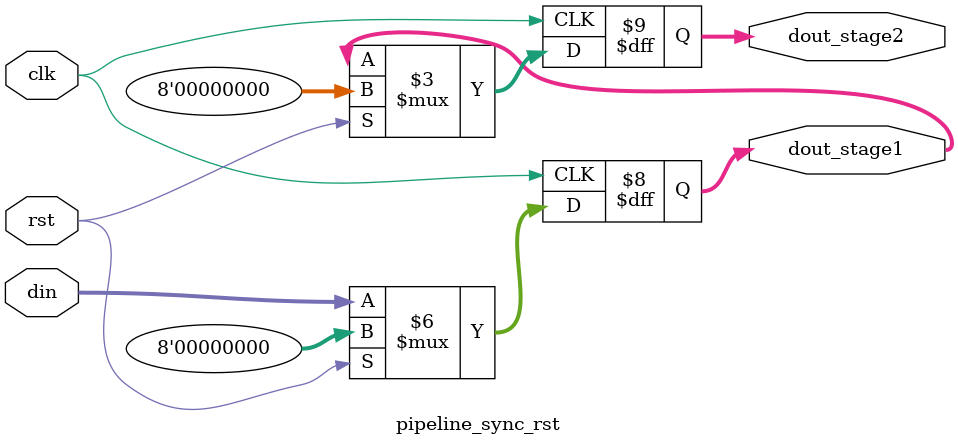
<source format=sv>
module pipeline_sync_rst #(parameter WIDTH=8)(
    input wire clk,
    input wire rst,
    input wire [WIDTH-1:0] din,
    output reg [WIDTH-1:0] dout_stage1, dout_stage2
);
always @(posedge clk) begin
    if (rst) begin
        dout_stage1 <= 0;
        dout_stage2 <= 0;
    end else begin
        dout_stage1 <= din;
        dout_stage2 <= dout_stage1;
    end
end
endmodule

</source>
